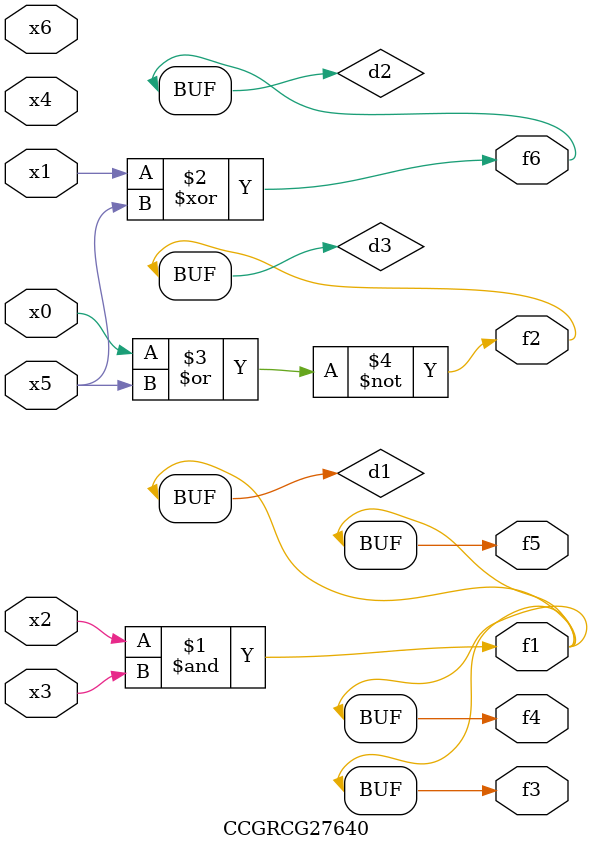
<source format=v>
module CCGRCG27640(
	input x0, x1, x2, x3, x4, x5, x6,
	output f1, f2, f3, f4, f5, f6
);

	wire d1, d2, d3;

	and (d1, x2, x3);
	xor (d2, x1, x5);
	nor (d3, x0, x5);
	assign f1 = d1;
	assign f2 = d3;
	assign f3 = d1;
	assign f4 = d1;
	assign f5 = d1;
	assign f6 = d2;
endmodule

</source>
